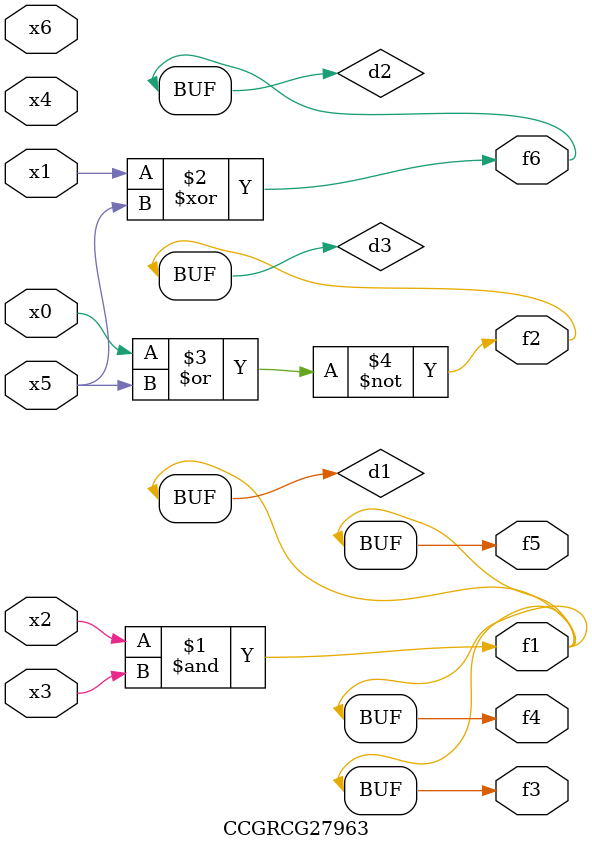
<source format=v>
module CCGRCG27963(
	input x0, x1, x2, x3, x4, x5, x6,
	output f1, f2, f3, f4, f5, f6
);

	wire d1, d2, d3;

	and (d1, x2, x3);
	xor (d2, x1, x5);
	nor (d3, x0, x5);
	assign f1 = d1;
	assign f2 = d3;
	assign f3 = d1;
	assign f4 = d1;
	assign f5 = d1;
	assign f6 = d2;
endmodule

</source>
